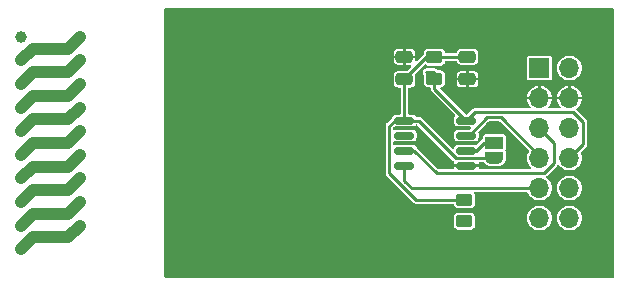
<source format=gbr>
%TF.GenerationSoftware,KiCad,Pcbnew,7.0.10*%
%TF.CreationDate,2024-01-17T20:38:39+01:00*%
%TF.ProjectId,C1101_868,43313130-315f-4383-9638-2e6b69636164,rev?*%
%TF.SameCoordinates,Original*%
%TF.FileFunction,Copper,L2,Bot*%
%TF.FilePolarity,Positive*%
%FSLAX46Y46*%
G04 Gerber Fmt 4.6, Leading zero omitted, Abs format (unit mm)*
G04 Created by KiCad (PCBNEW 7.0.10) date 2024-01-17 20:38:39*
%MOMM*%
%LPD*%
G01*
G04 APERTURE LIST*
G04 Aperture macros list*
%AMRoundRect*
0 Rectangle with rounded corners*
0 $1 Rounding radius*
0 $2 $3 $4 $5 $6 $7 $8 $9 X,Y pos of 4 corners*
0 Add a 4 corners polygon primitive as box body*
4,1,4,$2,$3,$4,$5,$6,$7,$8,$9,$2,$3,0*
0 Add four circle primitives for the rounded corners*
1,1,$1+$1,$2,$3*
1,1,$1+$1,$4,$5*
1,1,$1+$1,$6,$7*
1,1,$1+$1,$8,$9*
0 Add four rect primitives between the rounded corners*
20,1,$1+$1,$2,$3,$4,$5,0*
20,1,$1+$1,$4,$5,$6,$7,0*
20,1,$1+$1,$6,$7,$8,$9,0*
20,1,$1+$1,$8,$9,$2,$3,0*%
%AMFreePoly0*
4,1,19,0.000000,0.744911,0.071157,0.744911,0.207708,0.704816,0.327430,0.627875,0.420627,0.520320,0.479746,0.390866,0.500000,0.250000,0.500000,-0.250000,0.479746,-0.390866,0.420627,-0.520320,0.327430,-0.627875,0.207708,-0.704816,0.071157,-0.744911,0.000000,-0.744911,0.000000,-0.750000,-0.550000,-0.750000,-0.550000,0.750000,0.000000,0.750000,0.000000,0.744911,0.000000,0.744911,
$1*%
%AMFreePoly1*
4,1,19,0.550000,-0.750000,0.000000,-0.750000,0.000000,-0.744911,-0.071157,-0.744911,-0.207708,-0.704816,-0.327430,-0.627875,-0.420627,-0.520320,-0.479746,-0.390866,-0.500000,-0.250000,-0.500000,0.250000,-0.479746,0.390866,-0.420627,0.520320,-0.327430,0.627875,-0.207708,0.704816,-0.071157,0.744911,0.000000,0.744911,0.000000,0.750000,0.550000,0.750000,0.550000,-0.750000,0.550000,-0.750000,
$1*%
G04 Aperture macros list end*
%TA.AperFunction,EtchedComponent*%
%ADD10C,1.000000*%
%TD*%
%TA.AperFunction,ComponentPad*%
%ADD11O,1.700000X1.700000*%
%TD*%
%TA.AperFunction,ComponentPad*%
%ADD12R,1.700000X1.700000*%
%TD*%
%TA.AperFunction,ComponentPad*%
%ADD13C,1.000000*%
%TD*%
%TA.AperFunction,SMDPad,CuDef*%
%ADD14FreePoly0,270.000000*%
%TD*%
%TA.AperFunction,SMDPad,CuDef*%
%ADD15R,1.500000X1.000000*%
%TD*%
%TA.AperFunction,SMDPad,CuDef*%
%ADD16FreePoly1,270.000000*%
%TD*%
%TA.AperFunction,SMDPad,CuDef*%
%ADD17RoundRect,0.250000X-0.475000X0.250000X-0.475000X-0.250000X0.475000X-0.250000X0.475000X0.250000X0*%
%TD*%
%TA.AperFunction,SMDPad,CuDef*%
%ADD18RoundRect,0.250000X-0.450000X0.262500X-0.450000X-0.262500X0.450000X-0.262500X0.450000X0.262500X0*%
%TD*%
%TA.AperFunction,SMDPad,CuDef*%
%ADD19RoundRect,0.250000X0.475000X-0.250000X0.475000X0.250000X-0.475000X0.250000X-0.475000X-0.250000X0*%
%TD*%
%TA.AperFunction,SMDPad,CuDef*%
%ADD20RoundRect,0.150000X0.675000X0.150000X-0.675000X0.150000X-0.675000X-0.150000X0.675000X-0.150000X0*%
%TD*%
%TA.AperFunction,ViaPad*%
%ADD21C,0.800000*%
%TD*%
%TA.AperFunction,Conductor*%
%ADD22C,0.250000*%
%TD*%
G04 APERTURE END LIST*
D10*
%TO.C,AE1*%
X105960000Y-58530000D02*
X106960000Y-57530000D01*
X106960000Y-57530000D02*
X109960000Y-57530000D01*
X109960000Y-57530000D02*
X110960000Y-56530000D01*
X105960000Y-56530000D02*
X106960000Y-55530000D01*
X106960000Y-55530000D02*
X109960000Y-55530000D01*
X109960000Y-55530000D02*
X110960000Y-54530000D01*
X105960000Y-54530000D02*
X106960000Y-53530000D01*
X106960000Y-53530000D02*
X109960000Y-53530000D01*
X109960000Y-53530000D02*
X110960000Y-52530000D01*
X105960000Y-52530000D02*
X106960000Y-51530000D01*
X106960000Y-51530000D02*
X109960000Y-51530000D01*
X109960000Y-51530000D02*
X110960000Y-50530000D01*
X105960000Y-50530000D02*
X106960000Y-49530000D01*
X106960000Y-49530000D02*
X109960000Y-49530000D01*
X109960000Y-49530000D02*
X110960000Y-48530000D01*
X105960000Y-48530000D02*
X106960000Y-47530000D01*
X106960000Y-47530000D02*
X109960000Y-47530000D01*
X109960000Y-47530000D02*
X110960000Y-46530000D01*
X105960000Y-46530000D02*
X106960000Y-45530000D01*
X106960000Y-45530000D02*
X109960000Y-45530000D01*
X109960000Y-45530000D02*
X110960000Y-44530000D01*
X105960000Y-44530000D02*
X106960000Y-43530000D01*
X106960000Y-43530000D02*
X109960000Y-43530000D01*
X109960000Y-43530000D02*
X110960000Y-42530000D01*
X105960000Y-42530000D02*
X106960000Y-41530000D01*
X106960000Y-41530000D02*
X109960000Y-41530000D01*
X109960000Y-41530000D02*
X110960000Y-40530000D01*
%TD*%
D11*
%TO.P,J1,12,Pin_12*%
%TO.N,INT*%
X152400000Y-55880000D03*
%TO.P,J1,11,Pin_11*%
%TO.N,nCS*%
X149860000Y-55880000D03*
%TO.P,J1,10,Pin_10*%
%TO.N,nRESET*%
X152400000Y-53340000D03*
%TO.P,J1,9,Pin_9*%
%TO.N,MOSI*%
X149860000Y-53340000D03*
%TO.P,J1,8,Pin_8*%
%TO.N,nCS2*%
X152400000Y-50800000D03*
%TO.P,J1,7,Pin_7*%
%TO.N,MISO*%
X149860000Y-50800000D03*
%TO.P,J1,6,Pin_6*%
%TO.N,unconnected-(J1-Pin_6-Pad6)*%
X152400000Y-48260000D03*
%TO.P,J1,5,Pin_5*%
%TO.N,SCK*%
X149860000Y-48260000D03*
%TO.P,J1,4,Pin_4*%
%TO.N,GND*%
X152400000Y-45720000D03*
%TO.P,J1,3,Pin_3*%
X149860000Y-45720000D03*
%TO.P,J1,2,Pin_2*%
%TO.N,VCC*%
X152400000Y-43180000D03*
D12*
%TO.P,J1,1,Pin_1*%
X149860000Y-43180000D03*
%TD*%
D13*
%TO.P,AE1,*%
%TO.N,*%
X105960000Y-58530000D03*
X105960000Y-56530000D03*
X110960000Y-56530000D03*
X105960000Y-54530000D03*
X110960000Y-54530000D03*
X105960000Y-52530000D03*
X110960000Y-52530000D03*
X105960000Y-50530000D03*
X110960000Y-50530000D03*
X105960000Y-48530000D03*
X110960000Y-48530000D03*
X105960000Y-46530000D03*
X110960000Y-46530000D03*
X105960000Y-44530000D03*
X110960000Y-44530000D03*
X105960000Y-42530000D03*
X110960000Y-42530000D03*
X105960000Y-40530000D03*
X110960000Y-40530000D03*
%TD*%
D14*
%TO.P,JP1,3,B*%
%TO.N,VCC*%
X146050000Y-50800000D03*
D15*
%TO.P,JP1,2,C*%
%TO.N,Net-(JP1-C)*%
X146050000Y-49500000D03*
D16*
%TO.P,JP1,1,A*%
%TO.N,GND*%
X146050000Y-48200000D03*
%TD*%
D17*
%TO.P,C1,2*%
%TO.N,GND*%
X143764000Y-44130000D03*
%TO.P,C1,1*%
%TO.N,VCC*%
X143764000Y-42230000D03*
%TD*%
D18*
%TO.P,R2,2*%
%TO.N,nCS*%
X143510000Y-56157500D03*
%TO.P,R2,1*%
%TO.N,VCC*%
X143510000Y-54332500D03*
%TD*%
%TO.P,R1,2*%
%TO.N,nCS2*%
X140970000Y-44092500D03*
%TO.P,R1,1*%
%TO.N,VCC*%
X140970000Y-42267500D03*
%TD*%
D19*
%TO.P,C2,2*%
%TO.N,GND*%
X138430000Y-42230000D03*
%TO.P,C2,1*%
%TO.N,VCC*%
X138430000Y-44130000D03*
%TD*%
D20*
%TO.P,U2,8,VCC*%
%TO.N,VCC*%
X138430000Y-47625000D03*
%TO.P,U2,7,NC*%
%TO.N,unconnected-(U2-NC-Pad7)*%
X138430000Y-48895000D03*
%TO.P,U2,6,SCLK*%
%TO.N,SCK*%
X138430000Y-50165000D03*
%TO.P,U2,5,SI/IO0*%
%TO.N,MOSI*%
X138430000Y-51435000D03*
%TO.P,U2,4,VSS*%
%TO.N,GND*%
X143680000Y-51435000D03*
%TO.P,U2,3,~{WP}*%
%TO.N,Net-(JP1-C)*%
X143680000Y-50165000D03*
%TO.P,U2,2,O1/SO*%
%TO.N,MISO*%
X143680000Y-48895000D03*
%TO.P,U2,1,~{CS}*%
%TO.N,nCS2*%
X143680000Y-47625000D03*
%TD*%
D21*
%TO.N,GND*%
X143764000Y-44130000D03*
%TO.N,VCC*%
X143764000Y-42230000D03*
%TO.N,nCS*%
X143510000Y-56157500D03*
%TO.N,GND*%
X142875000Y-38735000D03*
X155575000Y-40005000D03*
X154305000Y-60325000D03*
X155575000Y-56515000D03*
X128905000Y-60325000D03*
X123825000Y-60325000D03*
X155575000Y-55245000D03*
X126365000Y-38735000D03*
X155575000Y-41275000D03*
X130175000Y-38735000D03*
X135255000Y-38735000D03*
X132715000Y-60325000D03*
X149225000Y-60325000D03*
X128905000Y-38735000D03*
X155575000Y-57785000D03*
X139065000Y-60325000D03*
X126365000Y-60325000D03*
X144145000Y-38735000D03*
X150495000Y-38735000D03*
X132715000Y-38735000D03*
X131445000Y-60325000D03*
X155575000Y-59055000D03*
X151765000Y-60325000D03*
X137795000Y-60325000D03*
X122555000Y-38735000D03*
X155575000Y-38735000D03*
X121285000Y-60325000D03*
X153035000Y-60325000D03*
X145415000Y-38735000D03*
X154305000Y-38735000D03*
X127635000Y-38735000D03*
X133985000Y-60325000D03*
X155575000Y-43815000D03*
X144145000Y-60325000D03*
X155575000Y-45085000D03*
X127635000Y-60325000D03*
X155575000Y-53975000D03*
X155575000Y-51435000D03*
X125095000Y-38735000D03*
X150495000Y-60325000D03*
X155575000Y-42545000D03*
X122555000Y-60325000D03*
X151765000Y-38735000D03*
X137795000Y-38735000D03*
X121285000Y-38735000D03*
X153035000Y-38735000D03*
X155575000Y-52705000D03*
X125095000Y-60325000D03*
X142875000Y-60325000D03*
X120015000Y-38735000D03*
X140335000Y-60325000D03*
X130175000Y-60325000D03*
X149225000Y-38735000D03*
X118745000Y-38735000D03*
X155575000Y-50165000D03*
X155575000Y-47625000D03*
X146685000Y-38735000D03*
X118745000Y-60325000D03*
X146685000Y-60325000D03*
X155575000Y-46355000D03*
X135255000Y-60325000D03*
X141605000Y-60325000D03*
X155575000Y-60325000D03*
X136525000Y-38735000D03*
X133985000Y-38735000D03*
X155575000Y-48895000D03*
X139065000Y-38735000D03*
X120015000Y-60325000D03*
X123825000Y-38735000D03*
X145415000Y-60325000D03*
X141605000Y-38735000D03*
X147955000Y-38735000D03*
X147955000Y-60325000D03*
X136525000Y-60325000D03*
X140335000Y-38735000D03*
X131445000Y-38735000D03*
%TD*%
D22*
%TO.N,nCS2*%
X143680000Y-47625000D02*
X140970000Y-44915000D01*
X140970000Y-44915000D02*
X140970000Y-44092500D01*
%TO.N,VCC*%
X138430000Y-44130000D02*
X138430000Y-47625000D01*
X140970000Y-42267500D02*
X140292500Y-42267500D01*
X140292500Y-42267500D02*
X138430000Y-44130000D01*
X143764000Y-42230000D02*
X141007500Y-42230000D01*
X141007500Y-42230000D02*
X140970000Y-42267500D01*
X143510000Y-54332500D02*
X139421104Y-54332500D01*
X139421104Y-54332500D02*
X137160000Y-52071396D01*
X137160000Y-52071396D02*
X137160000Y-48070001D01*
X137160000Y-48070001D02*
X137605001Y-47625000D01*
X137605001Y-47625000D02*
X138430000Y-47625000D01*
%TO.N,nCS2*%
X143680000Y-47625000D02*
X144385142Y-46919858D01*
X144385142Y-46919858D02*
X152721559Y-46919858D01*
X152721559Y-46919858D02*
X153575000Y-47773299D01*
X153575000Y-49625000D02*
X152400000Y-50800000D01*
X153575000Y-47773299D02*
X153575000Y-49625000D01*
%TO.N,VCC*%
X146050000Y-50800000D02*
X142814092Y-50800000D01*
X142814092Y-50800000D02*
X139639092Y-47625000D01*
X139639092Y-47625000D02*
X138430000Y-47625000D01*
%TO.N,SCK*%
X138430000Y-50165000D02*
X139254999Y-50165000D01*
X150251701Y-52070000D02*
X151130000Y-51191701D01*
X139254999Y-50165000D02*
X141159999Y-52070000D01*
X141159999Y-52070000D02*
X150251701Y-52070000D01*
X151130000Y-51191701D02*
X151130000Y-49530000D01*
X151130000Y-49530000D02*
X149860000Y-48260000D01*
%TO.N,Net-(JP1-C)*%
X143680000Y-50165000D02*
X144504999Y-50165000D01*
X144504999Y-50165000D02*
X145169999Y-49500000D01*
X145169999Y-49500000D02*
X146050000Y-49500000D01*
%TO.N,MISO*%
X143680000Y-48895000D02*
X143910908Y-48895000D01*
X143910908Y-48895000D02*
X145436050Y-47369858D01*
X145436050Y-47369858D02*
X146642038Y-47369858D01*
X146642038Y-47369858D02*
X149860000Y-50587820D01*
X149860000Y-50587820D02*
X149860000Y-50800000D01*
%TO.N,MOSI*%
X139065000Y-53340000D02*
X138430000Y-52705000D01*
X149860000Y-53340000D02*
X139065000Y-53340000D01*
X138430000Y-52705000D02*
X138430000Y-51435000D01*
%TO.N,nCS2*%
X140970000Y-43537500D02*
X140292500Y-43537500D01*
%TD*%
%TA.AperFunction,Conductor*%
%TO.N,GND*%
G36*
X156143691Y-38144407D02*
G01*
X156179655Y-38193907D01*
X156184500Y-38224500D01*
X156184500Y-60835500D01*
X156165593Y-60893691D01*
X156116093Y-60929655D01*
X156085500Y-60934500D01*
X118209000Y-60934500D01*
X118150809Y-60915593D01*
X118114845Y-60866093D01*
X118110000Y-60835500D01*
X118110000Y-56474274D01*
X142609500Y-56474274D01*
X142612353Y-56504694D01*
X142612355Y-56504703D01*
X142657207Y-56632883D01*
X142737845Y-56742144D01*
X142737847Y-56742146D01*
X142737850Y-56742150D01*
X142737853Y-56742152D01*
X142737855Y-56742154D01*
X142847116Y-56822792D01*
X142847117Y-56822792D01*
X142847118Y-56822793D01*
X142975301Y-56867646D01*
X143005725Y-56870499D01*
X143005727Y-56870500D01*
X143005734Y-56870500D01*
X144014273Y-56870500D01*
X144014273Y-56870499D01*
X144044699Y-56867646D01*
X144172882Y-56822793D01*
X144282150Y-56742150D01*
X144362793Y-56632882D01*
X144407646Y-56504699D01*
X144410499Y-56474273D01*
X144410500Y-56474273D01*
X144410500Y-55880003D01*
X148804417Y-55880003D01*
X148824698Y-56085929D01*
X148824699Y-56085934D01*
X148884768Y-56283954D01*
X148982316Y-56466452D01*
X149013708Y-56504703D01*
X149113590Y-56626410D01*
X149142838Y-56650413D01*
X149273547Y-56757683D01*
X149273548Y-56757683D01*
X149273550Y-56757685D01*
X149456046Y-56855232D01*
X149593997Y-56897078D01*
X149654065Y-56915300D01*
X149654070Y-56915301D01*
X149859997Y-56935583D01*
X149860000Y-56935583D01*
X149860003Y-56935583D01*
X150065929Y-56915301D01*
X150065934Y-56915300D01*
X150263954Y-56855232D01*
X150446450Y-56757685D01*
X150606410Y-56626410D01*
X150737685Y-56466450D01*
X150835232Y-56283954D01*
X150895300Y-56085934D01*
X150895301Y-56085929D01*
X150915583Y-55880003D01*
X151344417Y-55880003D01*
X151364698Y-56085929D01*
X151364699Y-56085934D01*
X151424768Y-56283954D01*
X151522316Y-56466452D01*
X151553708Y-56504703D01*
X151653590Y-56626410D01*
X151682838Y-56650413D01*
X151813547Y-56757683D01*
X151813548Y-56757683D01*
X151813550Y-56757685D01*
X151996046Y-56855232D01*
X152133997Y-56897078D01*
X152194065Y-56915300D01*
X152194070Y-56915301D01*
X152399997Y-56935583D01*
X152400000Y-56935583D01*
X152400003Y-56935583D01*
X152605929Y-56915301D01*
X152605934Y-56915300D01*
X152803954Y-56855232D01*
X152986450Y-56757685D01*
X153146410Y-56626410D01*
X153277685Y-56466450D01*
X153375232Y-56283954D01*
X153435300Y-56085934D01*
X153435301Y-56085929D01*
X153455583Y-55880003D01*
X153455583Y-55879996D01*
X153435301Y-55674070D01*
X153435300Y-55674065D01*
X153380134Y-55492207D01*
X153375232Y-55476046D01*
X153277685Y-55293550D01*
X153146410Y-55133590D01*
X153146404Y-55133585D01*
X152986452Y-55002316D01*
X152803954Y-54904768D01*
X152605934Y-54844699D01*
X152605929Y-54844698D01*
X152400003Y-54824417D01*
X152399997Y-54824417D01*
X152194070Y-54844698D01*
X152194065Y-54844699D01*
X151996045Y-54904768D01*
X151813547Y-55002316D01*
X151653595Y-55133585D01*
X151653585Y-55133595D01*
X151522316Y-55293547D01*
X151424768Y-55476045D01*
X151364699Y-55674065D01*
X151364698Y-55674070D01*
X151344417Y-55879996D01*
X151344417Y-55880003D01*
X150915583Y-55880003D01*
X150915583Y-55879996D01*
X150895301Y-55674070D01*
X150895300Y-55674065D01*
X150840134Y-55492207D01*
X150835232Y-55476046D01*
X150737685Y-55293550D01*
X150606410Y-55133590D01*
X150606404Y-55133585D01*
X150446452Y-55002316D01*
X150263954Y-54904768D01*
X150065934Y-54844699D01*
X150065929Y-54844698D01*
X149860003Y-54824417D01*
X149859997Y-54824417D01*
X149654070Y-54844698D01*
X149654065Y-54844699D01*
X149456045Y-54904768D01*
X149273547Y-55002316D01*
X149113595Y-55133585D01*
X149113585Y-55133595D01*
X148982316Y-55293547D01*
X148884768Y-55476045D01*
X148824699Y-55674065D01*
X148824698Y-55674070D01*
X148804417Y-55879996D01*
X148804417Y-55880003D01*
X144410500Y-55880003D01*
X144410500Y-55840727D01*
X144410499Y-55840725D01*
X144407646Y-55810305D01*
X144407646Y-55810301D01*
X144362793Y-55682118D01*
X144356853Y-55674070D01*
X144282154Y-55572855D01*
X144282152Y-55572853D01*
X144282150Y-55572850D01*
X144282146Y-55572847D01*
X144282144Y-55572845D01*
X144172883Y-55492207D01*
X144044703Y-55447355D01*
X144044694Y-55447353D01*
X144014274Y-55444500D01*
X144014266Y-55444500D01*
X143005734Y-55444500D01*
X143005725Y-55444500D01*
X142975305Y-55447353D01*
X142975296Y-55447355D01*
X142847116Y-55492207D01*
X142737855Y-55572845D01*
X142737845Y-55572855D01*
X142657207Y-55682116D01*
X142612355Y-55810296D01*
X142612353Y-55810305D01*
X142609500Y-55840725D01*
X142609500Y-56474274D01*
X118110000Y-56474274D01*
X118110000Y-52100203D01*
X136830736Y-52100203D01*
X136835150Y-52116678D01*
X136840795Y-52137746D01*
X136842664Y-52146175D01*
X136849411Y-52184441D01*
X136850164Y-52185744D01*
X136860054Y-52209620D01*
X136860443Y-52211075D01*
X136860446Y-52211081D01*
X136882732Y-52242908D01*
X136887371Y-52250189D01*
X136906806Y-52283851D01*
X136931650Y-52304698D01*
X136936569Y-52308825D01*
X136942938Y-52314660D01*
X139177834Y-54549556D01*
X139183668Y-54555923D01*
X139208649Y-54585694D01*
X139242313Y-54605130D01*
X139249586Y-54609764D01*
X139270277Y-54624252D01*
X139281420Y-54632054D01*
X139282871Y-54632442D01*
X139306763Y-54642340D01*
X139308058Y-54643088D01*
X139346324Y-54649835D01*
X139354756Y-54651704D01*
X139392297Y-54661764D01*
X139431009Y-54658376D01*
X139439638Y-54658000D01*
X142534517Y-54658000D01*
X142592708Y-54676907D01*
X142627961Y-54724302D01*
X142657207Y-54807883D01*
X142737845Y-54917144D01*
X142737847Y-54917146D01*
X142737850Y-54917150D01*
X142737853Y-54917152D01*
X142737855Y-54917154D01*
X142847116Y-54997792D01*
X142847117Y-54997792D01*
X142847118Y-54997793D01*
X142975301Y-55042646D01*
X143005725Y-55045499D01*
X143005727Y-55045500D01*
X143005734Y-55045500D01*
X144014273Y-55045500D01*
X144014273Y-55045499D01*
X144044699Y-55042646D01*
X144172882Y-54997793D01*
X144282150Y-54917150D01*
X144362793Y-54807882D01*
X144407646Y-54679699D01*
X144410499Y-54649273D01*
X144410500Y-54649273D01*
X144410500Y-54015727D01*
X144410499Y-54015725D01*
X144408028Y-53989378D01*
X144407646Y-53985301D01*
X144362793Y-53857118D01*
X144362792Y-53857116D01*
X144337826Y-53823288D01*
X144318484Y-53765241D01*
X144336955Y-53706910D01*
X144386185Y-53670577D01*
X144417481Y-53665500D01*
X148787546Y-53665500D01*
X148845737Y-53684407D01*
X148881701Y-53733907D01*
X148882267Y-53735709D01*
X148884768Y-53743954D01*
X148884769Y-53743956D01*
X148982316Y-53926452D01*
X149055582Y-54015727D01*
X149113590Y-54086410D01*
X149113595Y-54086414D01*
X149273547Y-54217683D01*
X149273548Y-54217683D01*
X149273550Y-54217685D01*
X149456046Y-54315232D01*
X149593997Y-54357078D01*
X149654065Y-54375300D01*
X149654070Y-54375301D01*
X149859997Y-54395583D01*
X149860000Y-54395583D01*
X149860003Y-54395583D01*
X150065929Y-54375301D01*
X150065934Y-54375300D01*
X150263954Y-54315232D01*
X150446450Y-54217685D01*
X150606410Y-54086410D01*
X150737685Y-53926450D01*
X150835232Y-53743954D01*
X150895300Y-53545934D01*
X150895301Y-53545929D01*
X150915583Y-53340003D01*
X151344417Y-53340003D01*
X151364698Y-53545929D01*
X151364699Y-53545934D01*
X151424768Y-53743954D01*
X151522316Y-53926452D01*
X151595582Y-54015727D01*
X151653590Y-54086410D01*
X151653595Y-54086414D01*
X151813547Y-54217683D01*
X151813548Y-54217683D01*
X151813550Y-54217685D01*
X151996046Y-54315232D01*
X152133997Y-54357078D01*
X152194065Y-54375300D01*
X152194070Y-54375301D01*
X152399997Y-54395583D01*
X152400000Y-54395583D01*
X152400003Y-54395583D01*
X152605929Y-54375301D01*
X152605934Y-54375300D01*
X152803954Y-54315232D01*
X152986450Y-54217685D01*
X153146410Y-54086410D01*
X153277685Y-53926450D01*
X153375232Y-53743954D01*
X153435300Y-53545934D01*
X153435301Y-53545929D01*
X153455583Y-53340003D01*
X153455583Y-53339996D01*
X153435301Y-53134070D01*
X153435300Y-53134065D01*
X153399030Y-53014500D01*
X153375232Y-52936046D01*
X153277685Y-52753550D01*
X153146410Y-52593590D01*
X153118918Y-52571028D01*
X152986452Y-52462316D01*
X152803954Y-52364768D01*
X152605934Y-52304699D01*
X152605929Y-52304698D01*
X152400003Y-52284417D01*
X152399997Y-52284417D01*
X152194070Y-52304698D01*
X152194065Y-52304699D01*
X151996045Y-52364768D01*
X151813547Y-52462316D01*
X151653595Y-52593585D01*
X151653585Y-52593595D01*
X151522316Y-52753547D01*
X151424768Y-52936045D01*
X151364699Y-53134065D01*
X151364698Y-53134070D01*
X151344417Y-53339996D01*
X151344417Y-53340003D01*
X150915583Y-53340003D01*
X150915583Y-53339996D01*
X150895301Y-53134070D01*
X150895300Y-53134065D01*
X150859030Y-53014500D01*
X150835232Y-52936046D01*
X150737685Y-52753550D01*
X150606410Y-52593590D01*
X150463800Y-52476553D01*
X150430814Y-52425024D01*
X150434416Y-52363945D01*
X150458794Y-52330004D01*
X150458587Y-52329831D01*
X150460894Y-52327081D01*
X150462973Y-52324187D01*
X150464153Y-52323196D01*
X150464153Y-52323195D01*
X150464156Y-52323194D01*
X150489144Y-52293413D01*
X150494955Y-52287070D01*
X151347072Y-51434954D01*
X151353431Y-51429129D01*
X151383194Y-51404156D01*
X151383199Y-51404146D01*
X151384181Y-51402978D01*
X151385815Y-51401956D01*
X151389830Y-51398588D01*
X151390302Y-51399151D01*
X151436065Y-51370549D01*
X151497102Y-51374811D01*
X151536554Y-51403801D01*
X151644226Y-51535000D01*
X151653590Y-51546410D01*
X151653595Y-51546414D01*
X151813547Y-51677683D01*
X151813548Y-51677683D01*
X151813550Y-51677685D01*
X151996046Y-51775232D01*
X152133997Y-51817078D01*
X152194065Y-51835300D01*
X152194070Y-51835301D01*
X152399997Y-51855583D01*
X152400000Y-51855583D01*
X152400003Y-51855583D01*
X152605929Y-51835301D01*
X152605934Y-51835300D01*
X152803954Y-51775232D01*
X152986450Y-51677685D01*
X153146410Y-51546410D01*
X153277685Y-51386450D01*
X153375232Y-51203954D01*
X153435300Y-51005934D01*
X153435301Y-51005929D01*
X153455583Y-50800003D01*
X153455583Y-50799996D01*
X153435301Y-50594070D01*
X153435300Y-50594065D01*
X153399030Y-50474500D01*
X153375232Y-50396046D01*
X153371195Y-50388493D01*
X153360440Y-50328261D01*
X153387142Y-50273210D01*
X153388453Y-50271871D01*
X153792066Y-49868258D01*
X153798425Y-49862433D01*
X153828194Y-49837455D01*
X153847635Y-49803779D01*
X153852251Y-49796533D01*
X153874554Y-49764684D01*
X153874942Y-49763236D01*
X153884838Y-49739345D01*
X153885588Y-49738045D01*
X153887747Y-49725801D01*
X153892334Y-49699782D01*
X153894204Y-49691348D01*
X153898473Y-49675419D01*
X153904264Y-49653807D01*
X153900877Y-49615094D01*
X153900500Y-49606465D01*
X153900500Y-47791832D01*
X153900877Y-47783203D01*
X153904264Y-47744492D01*
X153894204Y-47706951D01*
X153892335Y-47698519D01*
X153885588Y-47660253D01*
X153884840Y-47658958D01*
X153874942Y-47635066D01*
X153874554Y-47633615D01*
X153852264Y-47601781D01*
X153847630Y-47594508D01*
X153828194Y-47560844D01*
X153798428Y-47535867D01*
X153792060Y-47530033D01*
X152993722Y-46731695D01*
X152965945Y-46677178D01*
X152975516Y-46616746D01*
X153000921Y-46585163D01*
X153146050Y-46466059D01*
X153146059Y-46466050D01*
X153277268Y-46306170D01*
X153277275Y-46306160D01*
X153374765Y-46123767D01*
X153374767Y-46123762D01*
X153434808Y-45925836D01*
X153434809Y-45925831D01*
X153445232Y-45820000D01*
X152891746Y-45820000D01*
X152900000Y-45791889D01*
X152900000Y-45648111D01*
X152891746Y-45620000D01*
X153445232Y-45620000D01*
X153445232Y-45619999D01*
X153434809Y-45514168D01*
X153434808Y-45514163D01*
X153374767Y-45316237D01*
X153374765Y-45316232D01*
X153277275Y-45133839D01*
X153277268Y-45133829D01*
X153146059Y-44973949D01*
X153146050Y-44973940D01*
X152986170Y-44842731D01*
X152986160Y-44842724D01*
X152803767Y-44745234D01*
X152803762Y-44745232D01*
X152605836Y-44685191D01*
X152605831Y-44685190D01*
X152500000Y-44674767D01*
X152500000Y-45229235D01*
X152435763Y-45220000D01*
X152364237Y-45220000D01*
X152300000Y-45229235D01*
X152300000Y-44674767D01*
X152299999Y-44674767D01*
X152194168Y-44685190D01*
X152194163Y-44685191D01*
X151996237Y-44745232D01*
X151996232Y-44745234D01*
X151813839Y-44842724D01*
X151813829Y-44842731D01*
X151653949Y-44973940D01*
X151653940Y-44973949D01*
X151522731Y-45133829D01*
X151522724Y-45133839D01*
X151425234Y-45316232D01*
X151425232Y-45316237D01*
X151365191Y-45514163D01*
X151365190Y-45514168D01*
X151354767Y-45619999D01*
X151354768Y-45620000D01*
X151908254Y-45620000D01*
X151900000Y-45648111D01*
X151900000Y-45791889D01*
X151908254Y-45820000D01*
X151354767Y-45820000D01*
X151365190Y-45925831D01*
X151365191Y-45925836D01*
X151425232Y-46123762D01*
X151425234Y-46123767D01*
X151522724Y-46306160D01*
X151522731Y-46306170D01*
X151626450Y-46432553D01*
X151648750Y-46489530D01*
X151633301Y-46548733D01*
X151586004Y-46587548D01*
X151549922Y-46594358D01*
X150710078Y-46594358D01*
X150651887Y-46575451D01*
X150615923Y-46525951D01*
X150615923Y-46464765D01*
X150633550Y-46432553D01*
X150737268Y-46306170D01*
X150737275Y-46306160D01*
X150834765Y-46123767D01*
X150834767Y-46123762D01*
X150894808Y-45925836D01*
X150894809Y-45925831D01*
X150905232Y-45820000D01*
X150351746Y-45820000D01*
X150360000Y-45791889D01*
X150360000Y-45648111D01*
X150351746Y-45620000D01*
X150905232Y-45620000D01*
X150905232Y-45619999D01*
X150894809Y-45514168D01*
X150894808Y-45514163D01*
X150834767Y-45316237D01*
X150834765Y-45316232D01*
X150737275Y-45133839D01*
X150737268Y-45133829D01*
X150606059Y-44973949D01*
X150606050Y-44973940D01*
X150446170Y-44842731D01*
X150446160Y-44842724D01*
X150263767Y-44745234D01*
X150263762Y-44745232D01*
X150065836Y-44685191D01*
X150065831Y-44685190D01*
X149960000Y-44674767D01*
X149960000Y-45229235D01*
X149895763Y-45220000D01*
X149824237Y-45220000D01*
X149760000Y-45229235D01*
X149760000Y-44674767D01*
X149759999Y-44674767D01*
X149654168Y-44685190D01*
X149654163Y-44685191D01*
X149456237Y-44745232D01*
X149456232Y-44745234D01*
X149273839Y-44842724D01*
X149273829Y-44842731D01*
X149113949Y-44973940D01*
X149113940Y-44973949D01*
X148982731Y-45133829D01*
X148982724Y-45133839D01*
X148885234Y-45316232D01*
X148885232Y-45316237D01*
X148825191Y-45514163D01*
X148825190Y-45514168D01*
X148814767Y-45619999D01*
X148814768Y-45620000D01*
X149368254Y-45620000D01*
X149360000Y-45648111D01*
X149360000Y-45791889D01*
X149368254Y-45820000D01*
X148814767Y-45820000D01*
X148825190Y-45925831D01*
X148825191Y-45925836D01*
X148885232Y-46123762D01*
X148885234Y-46123767D01*
X148982724Y-46306160D01*
X148982731Y-46306170D01*
X149086450Y-46432553D01*
X149108750Y-46489530D01*
X149093301Y-46548733D01*
X149046004Y-46587548D01*
X149009922Y-46594358D01*
X144403665Y-46594358D01*
X144395036Y-46593981D01*
X144356336Y-46590595D01*
X144356327Y-46590595D01*
X144318801Y-46600650D01*
X144310377Y-46602518D01*
X144272100Y-46609268D01*
X144272093Y-46609271D01*
X144270774Y-46610033D01*
X144246932Y-46619908D01*
X144245468Y-46620300D01*
X144245454Y-46620306D01*
X144213630Y-46642589D01*
X144206351Y-46647226D01*
X144172688Y-46666662D01*
X144147710Y-46696429D01*
X144141877Y-46702794D01*
X143750004Y-47094669D01*
X143695487Y-47122447D01*
X143635055Y-47112876D01*
X143609996Y-47094670D01*
X141477784Y-44962458D01*
X141450007Y-44907941D01*
X141459578Y-44847509D01*
X141502843Y-44804244D01*
X141515082Y-44799012D01*
X141632882Y-44757793D01*
X141742150Y-44677150D01*
X141822793Y-44567882D01*
X141867646Y-44439699D01*
X141868161Y-44434203D01*
X142839001Y-44434203D01*
X142841850Y-44464600D01*
X142841850Y-44464602D01*
X142886654Y-44592647D01*
X142967207Y-44701790D01*
X142967209Y-44701792D01*
X143076352Y-44782345D01*
X143204398Y-44827149D01*
X143234789Y-44829999D01*
X143663998Y-44829999D01*
X143664000Y-44829998D01*
X143864000Y-44829998D01*
X143864001Y-44829999D01*
X144293203Y-44829999D01*
X144323600Y-44827149D01*
X144323602Y-44827149D01*
X144451647Y-44782345D01*
X144560790Y-44701792D01*
X144560792Y-44701790D01*
X144641345Y-44592647D01*
X144686149Y-44464601D01*
X144688999Y-44434211D01*
X144689000Y-44434210D01*
X144689000Y-44230001D01*
X144688999Y-44230000D01*
X143864001Y-44230000D01*
X143864000Y-44230001D01*
X143864000Y-44829998D01*
X143664000Y-44829998D01*
X143664000Y-44230001D01*
X143663999Y-44230000D01*
X142839002Y-44230000D01*
X142839001Y-44230001D01*
X142839001Y-44434203D01*
X141868161Y-44434203D01*
X141870499Y-44409273D01*
X141870500Y-44409273D01*
X141870500Y-44049746D01*
X148809500Y-44049746D01*
X148809501Y-44049758D01*
X148821132Y-44108227D01*
X148821134Y-44108233D01*
X148865445Y-44174548D01*
X148865448Y-44174552D01*
X148931769Y-44218867D01*
X148976231Y-44227711D01*
X148990241Y-44230498D01*
X148990246Y-44230498D01*
X148990252Y-44230500D01*
X148990253Y-44230500D01*
X150729747Y-44230500D01*
X150729748Y-44230500D01*
X150788231Y-44218867D01*
X150854552Y-44174552D01*
X150898867Y-44108231D01*
X150910500Y-44049748D01*
X150910500Y-43180003D01*
X151344417Y-43180003D01*
X151364698Y-43385929D01*
X151364699Y-43385934D01*
X151424768Y-43583954D01*
X151522316Y-43766452D01*
X151653585Y-43926404D01*
X151653590Y-43926410D01*
X151653595Y-43926414D01*
X151813547Y-44057683D01*
X151813548Y-44057683D01*
X151813550Y-44057685D01*
X151996046Y-44155232D01*
X152133997Y-44197078D01*
X152194065Y-44215300D01*
X152194070Y-44215301D01*
X152399997Y-44235583D01*
X152400000Y-44235583D01*
X152400003Y-44235583D01*
X152605929Y-44215301D01*
X152605934Y-44215300D01*
X152803954Y-44155232D01*
X152986450Y-44057685D01*
X153146410Y-43926410D01*
X153277685Y-43766450D01*
X153375232Y-43583954D01*
X153435300Y-43385934D01*
X153435301Y-43385929D01*
X153455583Y-43180003D01*
X153455583Y-43179996D01*
X153435301Y-42974070D01*
X153435300Y-42974065D01*
X153407477Y-42882345D01*
X153375232Y-42776046D01*
X153277685Y-42593550D01*
X153260920Y-42573122D01*
X153146414Y-42433595D01*
X153146410Y-42433590D01*
X153020186Y-42330001D01*
X152986452Y-42302316D01*
X152803954Y-42204768D01*
X152605934Y-42144699D01*
X152605929Y-42144698D01*
X152400003Y-42124417D01*
X152399997Y-42124417D01*
X152194070Y-42144698D01*
X152194065Y-42144699D01*
X151996045Y-42204768D01*
X151813547Y-42302316D01*
X151653595Y-42433585D01*
X151653585Y-42433595D01*
X151522316Y-42593547D01*
X151424768Y-42776045D01*
X151364699Y-42974065D01*
X151364698Y-42974070D01*
X151344417Y-43179996D01*
X151344417Y-43180003D01*
X150910500Y-43180003D01*
X150910500Y-42310252D01*
X150908921Y-42302316D01*
X150907711Y-42296231D01*
X150898867Y-42251769D01*
X150854552Y-42185448D01*
X150854548Y-42185445D01*
X150788233Y-42141134D01*
X150788231Y-42141133D01*
X150788228Y-42141132D01*
X150788227Y-42141132D01*
X150729758Y-42129501D01*
X150729748Y-42129500D01*
X148990252Y-42129500D01*
X148990251Y-42129500D01*
X148990241Y-42129501D01*
X148931772Y-42141132D01*
X148931766Y-42141134D01*
X148865451Y-42185445D01*
X148865445Y-42185451D01*
X148821134Y-42251766D01*
X148821132Y-42251772D01*
X148809501Y-42310241D01*
X148809500Y-42310253D01*
X148809500Y-44049746D01*
X141870500Y-44049746D01*
X141870500Y-44029999D01*
X142839000Y-44029999D01*
X142839001Y-44030000D01*
X143663999Y-44030000D01*
X143664000Y-44029999D01*
X143864000Y-44029999D01*
X143864001Y-44030000D01*
X144688998Y-44030000D01*
X144688999Y-44029999D01*
X144688999Y-43825796D01*
X144686149Y-43795399D01*
X144686149Y-43795397D01*
X144641345Y-43667352D01*
X144560792Y-43558209D01*
X144560790Y-43558207D01*
X144451647Y-43477654D01*
X144323601Y-43432850D01*
X144293211Y-43430000D01*
X143864001Y-43430000D01*
X143864000Y-43430001D01*
X143864000Y-44029999D01*
X143664000Y-44029999D01*
X143664000Y-43430001D01*
X143663999Y-43430000D01*
X143234796Y-43430000D01*
X143204399Y-43432850D01*
X143204397Y-43432850D01*
X143076352Y-43477654D01*
X142967209Y-43558207D01*
X142967207Y-43558209D01*
X142886654Y-43667352D01*
X142841850Y-43795398D01*
X142839000Y-43825788D01*
X142839000Y-44029999D01*
X141870500Y-44029999D01*
X141870500Y-43775727D01*
X141870499Y-43775725D01*
X141867646Y-43745301D01*
X141822793Y-43617118D01*
X141779316Y-43558209D01*
X141742154Y-43507855D01*
X141742152Y-43507853D01*
X141742150Y-43507850D01*
X141742146Y-43507847D01*
X141742144Y-43507845D01*
X141632883Y-43427207D01*
X141504703Y-43382355D01*
X141504694Y-43382353D01*
X141474274Y-43379500D01*
X141474266Y-43379500D01*
X141308497Y-43379500D01*
X141250306Y-43360593D01*
X141232659Y-43344136D01*
X141182456Y-43284307D01*
X141182455Y-43284306D01*
X141083045Y-43226912D01*
X141083044Y-43226911D01*
X141083043Y-43226911D01*
X140998479Y-43212000D01*
X140998475Y-43212000D01*
X140264025Y-43212000D01*
X140264020Y-43212000D01*
X140179456Y-43226911D01*
X140080043Y-43284307D01*
X140006262Y-43372235D01*
X140006261Y-43372237D01*
X140006260Y-43372238D01*
X140006260Y-43372239D01*
X139967000Y-43480106D01*
X139967000Y-43594894D01*
X140006260Y-43702760D01*
X140046338Y-43750523D01*
X140069259Y-43807252D01*
X140069500Y-43814159D01*
X140069500Y-44409274D01*
X140072353Y-44439694D01*
X140072355Y-44439703D01*
X140117207Y-44567883D01*
X140197845Y-44677144D01*
X140197847Y-44677146D01*
X140197850Y-44677150D01*
X140197853Y-44677152D01*
X140197855Y-44677154D01*
X140307116Y-44757792D01*
X140307117Y-44757792D01*
X140307118Y-44757793D01*
X140435301Y-44802646D01*
X140465725Y-44805499D01*
X140465727Y-44805500D01*
X140465734Y-44805500D01*
X140544797Y-44805500D01*
X140602988Y-44824407D01*
X140638952Y-44873907D01*
X140643420Y-44913129D01*
X140640736Y-44943805D01*
X140640736Y-44943806D01*
X140650795Y-44981350D01*
X140652664Y-44989779D01*
X140659411Y-45028045D01*
X140660164Y-45029348D01*
X140670054Y-45053224D01*
X140670443Y-45054679D01*
X140670446Y-45054685D01*
X140692732Y-45086512D01*
X140697372Y-45093795D01*
X140716806Y-45127455D01*
X140746569Y-45152429D01*
X140752938Y-45158264D01*
X142719492Y-47124818D01*
X142747269Y-47179335D01*
X142737698Y-47239767D01*
X142719499Y-47264818D01*
X142715803Y-47268514D01*
X142664427Y-47373604D01*
X142664427Y-47373607D01*
X142654500Y-47441740D01*
X142654500Y-47808260D01*
X142658041Y-47832560D01*
X142664427Y-47876395D01*
X142715547Y-47980961D01*
X142715802Y-47981483D01*
X142798517Y-48064198D01*
X142850644Y-48089681D01*
X142903604Y-48115572D01*
X142903605Y-48115572D01*
X142903607Y-48115573D01*
X142971740Y-48125500D01*
X143981074Y-48125500D01*
X144039265Y-48144407D01*
X144075229Y-48193907D01*
X144075229Y-48255093D01*
X144051078Y-48294504D01*
X143980078Y-48365504D01*
X143925561Y-48393281D01*
X143910074Y-48394500D01*
X142971740Y-48394500D01*
X142937673Y-48399463D01*
X142903604Y-48404427D01*
X142798518Y-48455801D01*
X142715801Y-48538518D01*
X142664427Y-48643604D01*
X142659463Y-48677673D01*
X142654500Y-48711740D01*
X142654500Y-49078260D01*
X142661118Y-49123682D01*
X142664427Y-49146395D01*
X142702959Y-49225212D01*
X142715802Y-49251483D01*
X142798517Y-49334198D01*
X142833302Y-49351203D01*
X142903604Y-49385572D01*
X142903605Y-49385572D01*
X142903607Y-49385573D01*
X142971740Y-49395500D01*
X142971743Y-49395500D01*
X144388257Y-49395500D01*
X144388260Y-49395500D01*
X144456393Y-49385573D01*
X144561483Y-49334198D01*
X144644198Y-49251483D01*
X144695573Y-49146393D01*
X144705500Y-49078260D01*
X144705500Y-48711740D01*
X144695573Y-48643607D01*
X144695572Y-48643604D01*
X144694464Y-48635999D01*
X144696106Y-48635759D01*
X144696861Y-48583724D01*
X144720558Y-48545675D01*
X145121827Y-48144407D01*
X145541880Y-47724354D01*
X145596397Y-47696577D01*
X145611884Y-47695358D01*
X146466204Y-47695358D01*
X146524395Y-47714265D01*
X146536208Y-47724354D01*
X148945405Y-50133551D01*
X148973182Y-50188068D01*
X148963611Y-50248500D01*
X148962711Y-50250223D01*
X148884770Y-50396040D01*
X148884768Y-50396045D01*
X148824699Y-50594065D01*
X148824698Y-50594070D01*
X148804417Y-50799996D01*
X148804417Y-50800003D01*
X148824698Y-51005929D01*
X148824699Y-51005934D01*
X148884768Y-51203954D01*
X148982316Y-51386452D01*
X149104226Y-51535000D01*
X149113590Y-51546410D01*
X149113595Y-51546414D01*
X149141082Y-51568972D01*
X149174069Y-51620503D01*
X149170467Y-51681583D01*
X149131652Y-51728879D01*
X149078277Y-51744500D01*
X144801070Y-51744500D01*
X144742879Y-51725593D01*
X144706915Y-51676093D01*
X144703105Y-51631224D01*
X144704999Y-51618222D01*
X144705000Y-51618217D01*
X144705000Y-51535001D01*
X144704999Y-51535000D01*
X142655002Y-51535000D01*
X142655001Y-51535001D01*
X142655001Y-51618213D01*
X142656897Y-51631227D01*
X142646576Y-51691536D01*
X142602779Y-51734260D01*
X142558931Y-51744500D01*
X141335833Y-51744500D01*
X141277642Y-51725593D01*
X141265829Y-51715504D01*
X139498267Y-49947942D01*
X139492433Y-49941574D01*
X139467456Y-49911808D01*
X139467452Y-49911804D01*
X139461910Y-49908605D01*
X139422469Y-49866348D01*
X139394199Y-49808519D01*
X139394198Y-49808518D01*
X139394198Y-49808517D01*
X139311483Y-49725802D01*
X139311481Y-49725801D01*
X139206395Y-49674427D01*
X139179139Y-49670456D01*
X139138260Y-49664500D01*
X137721740Y-49664500D01*
X137692540Y-49668754D01*
X137653603Y-49674427D01*
X137627978Y-49686955D01*
X137567396Y-49695524D01*
X137513347Y-49666848D01*
X137486476Y-49611879D01*
X137485500Y-49598013D01*
X137485500Y-49461986D01*
X137504407Y-49403795D01*
X137553907Y-49367831D01*
X137615093Y-49367831D01*
X137627977Y-49373043D01*
X137653607Y-49385573D01*
X137721740Y-49395500D01*
X137721743Y-49395500D01*
X139138257Y-49395500D01*
X139138260Y-49395500D01*
X139206393Y-49385573D01*
X139311483Y-49334198D01*
X139394198Y-49251483D01*
X139445573Y-49146393D01*
X139455500Y-49078260D01*
X139455500Y-48711740D01*
X139445573Y-48643607D01*
X139441736Y-48635759D01*
X139394198Y-48538518D01*
X139394198Y-48538517D01*
X139311483Y-48455802D01*
X139311481Y-48455801D01*
X139206395Y-48404427D01*
X139179139Y-48400456D01*
X139138260Y-48394500D01*
X137721740Y-48394500D01*
X137692540Y-48398754D01*
X137653603Y-48404427D01*
X137627978Y-48416955D01*
X137567396Y-48425524D01*
X137513347Y-48396848D01*
X137486476Y-48341879D01*
X137485500Y-48328013D01*
X137485500Y-48245833D01*
X137504407Y-48187642D01*
X137514485Y-48175840D01*
X137551164Y-48139161D01*
X137605679Y-48111386D01*
X137650396Y-48114580D01*
X137653599Y-48115569D01*
X137653607Y-48115573D01*
X137721740Y-48125500D01*
X137721743Y-48125500D01*
X139138257Y-48125500D01*
X139138260Y-48125500D01*
X139206393Y-48115573D01*
X139311483Y-48064198D01*
X139394198Y-47981483D01*
X139394198Y-47981481D01*
X139394719Y-47980961D01*
X139449236Y-47953184D01*
X139509668Y-47962755D01*
X139534727Y-47980961D01*
X142570822Y-51017056D01*
X142576656Y-51023423D01*
X142601637Y-51053194D01*
X142621158Y-51064464D01*
X142662099Y-51109932D01*
X142668496Y-51170782D01*
X142666250Y-51179418D01*
X142664913Y-51183745D01*
X142655000Y-51251784D01*
X142655000Y-51334999D01*
X142655001Y-51335000D01*
X144704998Y-51335000D01*
X144704999Y-51334999D01*
X144704999Y-51251786D01*
X144703103Y-51238773D01*
X144713424Y-51178464D01*
X144757221Y-51135740D01*
X144801069Y-51125500D01*
X145117772Y-51125500D01*
X145175963Y-51144407D01*
X145201054Y-51170974D01*
X145246263Y-51241320D01*
X145284368Y-51285295D01*
X145284375Y-51285301D01*
X145284377Y-51285303D01*
X145393023Y-51379445D01*
X145393036Y-51379454D01*
X145441967Y-51410900D01*
X145441971Y-51410902D01*
X145441977Y-51410906D01*
X145572762Y-51470634D01*
X145628592Y-51487027D01*
X145676030Y-51493847D01*
X145770903Y-51507489D01*
X145770907Y-51507489D01*
X145829095Y-51507489D01*
X145838261Y-51506170D01*
X145843373Y-51505435D01*
X145857463Y-51504428D01*
X146242537Y-51504428D01*
X146256626Y-51505435D01*
X146261738Y-51506170D01*
X146270905Y-51507489D01*
X146270907Y-51507489D01*
X146329097Y-51507489D01*
X146410415Y-51495796D01*
X146471408Y-51487027D01*
X146527238Y-51470634D01*
X146658023Y-51410906D01*
X146706971Y-51379449D01*
X146717243Y-51370549D01*
X146743191Y-51348064D01*
X146815632Y-51285295D01*
X146853737Y-51241320D01*
X146853739Y-51241315D01*
X146853744Y-51241310D01*
X146921589Y-51135740D01*
X146931469Y-51120366D01*
X146955640Y-51067438D01*
X146996147Y-50929483D01*
X147004428Y-50871889D01*
X147004428Y-50250000D01*
X146988867Y-50171769D01*
X146988865Y-50171766D01*
X146988865Y-50171765D01*
X146985187Y-50162885D01*
X146980386Y-50101888D01*
X146985187Y-50087113D01*
X146988863Y-50078236D01*
X146988867Y-50078231D01*
X147000500Y-50019748D01*
X147000500Y-48980252D01*
X146988867Y-48921769D01*
X146944552Y-48855448D01*
X146931086Y-48846450D01*
X146878233Y-48811134D01*
X146878231Y-48811133D01*
X146878228Y-48811132D01*
X146878227Y-48811132D01*
X146819758Y-48799501D01*
X146819748Y-48799500D01*
X145280252Y-48799500D01*
X145280251Y-48799500D01*
X145280241Y-48799501D01*
X145221772Y-48811132D01*
X145221766Y-48811134D01*
X145155451Y-48855445D01*
X145155445Y-48855451D01*
X145111134Y-48921766D01*
X145111132Y-48921772D01*
X145099501Y-48980241D01*
X145099500Y-48980253D01*
X145099500Y-49105942D01*
X145080593Y-49164133D01*
X145037528Y-49195421D01*
X145038165Y-49196786D01*
X145031143Y-49200060D01*
X145031093Y-49200097D01*
X145031015Y-49200119D01*
X145030317Y-49200445D01*
X145030315Y-49200446D01*
X144998474Y-49222740D01*
X144991204Y-49227371D01*
X144957544Y-49246805D01*
X144932568Y-49276570D01*
X144926735Y-49282936D01*
X144558835Y-49650836D01*
X144504318Y-49678613D01*
X144459602Y-49675419D01*
X144456393Y-49674427D01*
X144388260Y-49664500D01*
X142971740Y-49664500D01*
X142937673Y-49669463D01*
X142903604Y-49674427D01*
X142798518Y-49725801D01*
X142715801Y-49808518D01*
X142664427Y-49913604D01*
X142664427Y-49913607D01*
X142659870Y-49944887D01*
X142657725Y-49959607D01*
X142630625Y-50014464D01*
X142576456Y-50042915D01*
X142515910Y-50034093D01*
X142489755Y-50015337D01*
X139882360Y-47407942D01*
X139876526Y-47401574D01*
X139851548Y-47371806D01*
X139817887Y-47352372D01*
X139810604Y-47347732D01*
X139778777Y-47325446D01*
X139778771Y-47325443D01*
X139777316Y-47325054D01*
X139753440Y-47315164D01*
X139752137Y-47314411D01*
X139713871Y-47307664D01*
X139705442Y-47305795D01*
X139680540Y-47299123D01*
X139667899Y-47295736D01*
X139667898Y-47295736D01*
X139667897Y-47295736D01*
X139629187Y-47299123D01*
X139620558Y-47299500D01*
X139466188Y-47299500D01*
X139407997Y-47280593D01*
X139396184Y-47270504D01*
X139394198Y-47268518D01*
X139394198Y-47268517D01*
X139311483Y-47185802D01*
X139311481Y-47185801D01*
X139206395Y-47134427D01*
X139179139Y-47130456D01*
X139138260Y-47124500D01*
X139138257Y-47124500D01*
X138854500Y-47124500D01*
X138796309Y-47105593D01*
X138760345Y-47056093D01*
X138755500Y-47025500D01*
X138755500Y-44929500D01*
X138774407Y-44871309D01*
X138823907Y-44835345D01*
X138854500Y-44830500D01*
X138959273Y-44830500D01*
X138959273Y-44830499D01*
X138989699Y-44827646D01*
X139117882Y-44782793D01*
X139227150Y-44702150D01*
X139307793Y-44592882D01*
X139352646Y-44464699D01*
X139355499Y-44434273D01*
X139355500Y-44434273D01*
X139355500Y-43825727D01*
X139355499Y-43825725D01*
X139352646Y-43795302D01*
X139345799Y-43775734D01*
X139340109Y-43759474D01*
X139338736Y-43698306D01*
X139363548Y-43656776D01*
X140120535Y-42899789D01*
X140175050Y-42872014D01*
X140235482Y-42881585D01*
X140249319Y-42890135D01*
X140307118Y-42932793D01*
X140435301Y-42977646D01*
X140465725Y-42980499D01*
X140465727Y-42980500D01*
X140465734Y-42980500D01*
X141474273Y-42980500D01*
X141474273Y-42980499D01*
X141504699Y-42977646D01*
X141632882Y-42932793D01*
X141742150Y-42852150D01*
X141822793Y-42742882D01*
X141865161Y-42621802D01*
X141902226Y-42573122D01*
X141958605Y-42555500D01*
X142767891Y-42555500D01*
X142826082Y-42574407D01*
X142861335Y-42621802D01*
X142886207Y-42692883D01*
X142966845Y-42802144D01*
X142966847Y-42802146D01*
X142966850Y-42802150D01*
X142966853Y-42802152D01*
X142966855Y-42802154D01*
X143076116Y-42882792D01*
X143076117Y-42882792D01*
X143076118Y-42882793D01*
X143204301Y-42927646D01*
X143234725Y-42930499D01*
X143234727Y-42930500D01*
X143234734Y-42930500D01*
X144293273Y-42930500D01*
X144293273Y-42930499D01*
X144323699Y-42927646D01*
X144451882Y-42882793D01*
X144561150Y-42802150D01*
X144641793Y-42692882D01*
X144686646Y-42564699D01*
X144689499Y-42534273D01*
X144689500Y-42534273D01*
X144689500Y-41925727D01*
X144689499Y-41925725D01*
X144688990Y-41920296D01*
X144686646Y-41895301D01*
X144641793Y-41767118D01*
X144579604Y-41682855D01*
X144561154Y-41657855D01*
X144561152Y-41657853D01*
X144561150Y-41657850D01*
X144561146Y-41657847D01*
X144561144Y-41657845D01*
X144451883Y-41577207D01*
X144323703Y-41532355D01*
X144323694Y-41532353D01*
X144293274Y-41529500D01*
X144293266Y-41529500D01*
X143234734Y-41529500D01*
X143234725Y-41529500D01*
X143204305Y-41532353D01*
X143204296Y-41532355D01*
X143076116Y-41577207D01*
X142966855Y-41657845D01*
X142966845Y-41657855D01*
X142886207Y-41767116D01*
X142861335Y-41838198D01*
X142824270Y-41886878D01*
X142767891Y-41904500D01*
X141932361Y-41904500D01*
X141874170Y-41885593D01*
X141838917Y-41838198D01*
X141822793Y-41792118D01*
X141822791Y-41792116D01*
X141822791Y-41792114D01*
X141742154Y-41682855D01*
X141742152Y-41682853D01*
X141742150Y-41682850D01*
X141742146Y-41682847D01*
X141742144Y-41682845D01*
X141632883Y-41602207D01*
X141504703Y-41557355D01*
X141504694Y-41557353D01*
X141474274Y-41554500D01*
X141474266Y-41554500D01*
X140465734Y-41554500D01*
X140465725Y-41554500D01*
X140435305Y-41557353D01*
X140435296Y-41557355D01*
X140307116Y-41602207D01*
X140197855Y-41682845D01*
X140197845Y-41682855D01*
X140117207Y-41792116D01*
X140072355Y-41920296D01*
X140072353Y-41920305D01*
X140069500Y-41950725D01*
X140069500Y-41989165D01*
X140050593Y-42047356D01*
X140040504Y-42059169D01*
X139524004Y-42575669D01*
X139469487Y-42603446D01*
X139409055Y-42593875D01*
X139365790Y-42550610D01*
X139355000Y-42505665D01*
X139355000Y-42330001D01*
X139354999Y-42330000D01*
X138530001Y-42330000D01*
X138530000Y-42330001D01*
X138530000Y-42929998D01*
X138530001Y-42929999D01*
X138930667Y-42929999D01*
X138988858Y-42948906D01*
X139024822Y-42998406D01*
X139024822Y-43059592D01*
X139000671Y-43099003D01*
X138699170Y-43400504D01*
X138644653Y-43428281D01*
X138629166Y-43429500D01*
X137900725Y-43429500D01*
X137870305Y-43432353D01*
X137870296Y-43432355D01*
X137742116Y-43477207D01*
X137632855Y-43557845D01*
X137632845Y-43557855D01*
X137552207Y-43667116D01*
X137507355Y-43795296D01*
X137507353Y-43795305D01*
X137504500Y-43825725D01*
X137504500Y-44434274D01*
X137507353Y-44464694D01*
X137507355Y-44464703D01*
X137552207Y-44592883D01*
X137632845Y-44702144D01*
X137632847Y-44702146D01*
X137632850Y-44702150D01*
X137632853Y-44702152D01*
X137632855Y-44702154D01*
X137742116Y-44782792D01*
X137742117Y-44782792D01*
X137742118Y-44782793D01*
X137870301Y-44827646D01*
X137900725Y-44830499D01*
X137900727Y-44830500D01*
X137900734Y-44830500D01*
X138005500Y-44830500D01*
X138063691Y-44849407D01*
X138099655Y-44898907D01*
X138104500Y-44929500D01*
X138104500Y-47025500D01*
X138085593Y-47083691D01*
X138036093Y-47119655D01*
X138005500Y-47124500D01*
X137721740Y-47124500D01*
X137687673Y-47129463D01*
X137653604Y-47134427D01*
X137548518Y-47185801D01*
X137465800Y-47268519D01*
X137465799Y-47268521D01*
X137437528Y-47326350D01*
X137398091Y-47368604D01*
X137392546Y-47371805D01*
X137367569Y-47401571D01*
X137361736Y-47407936D01*
X136942946Y-47826727D01*
X136936580Y-47832560D01*
X136906807Y-47857543D01*
X136906805Y-47857545D01*
X136887371Y-47891206D01*
X136882740Y-47898476D01*
X136860446Y-47930317D01*
X136860446Y-47930318D01*
X136860442Y-47930325D01*
X136860051Y-47931787D01*
X136850170Y-47955641D01*
X136849414Y-47956949D01*
X136849410Y-47956961D01*
X136842662Y-47995224D01*
X136840794Y-48003650D01*
X136830736Y-48041188D01*
X136830736Y-48041195D01*
X136834123Y-48079905D01*
X136834500Y-48088534D01*
X136834500Y-52052861D01*
X136834123Y-52061490D01*
X136830736Y-52100203D01*
X118110000Y-52100203D01*
X118110000Y-42534203D01*
X137505001Y-42534203D01*
X137507850Y-42564600D01*
X137507850Y-42564602D01*
X137552654Y-42692647D01*
X137633207Y-42801790D01*
X137633209Y-42801792D01*
X137742352Y-42882345D01*
X137870398Y-42927149D01*
X137900789Y-42929999D01*
X138329998Y-42929999D01*
X138330000Y-42929998D01*
X138330000Y-42330001D01*
X138329999Y-42330000D01*
X137505002Y-42330000D01*
X137505001Y-42330001D01*
X137505001Y-42534203D01*
X118110000Y-42534203D01*
X118110000Y-42129999D01*
X137505000Y-42129999D01*
X137505001Y-42130000D01*
X138329999Y-42130000D01*
X138330000Y-42129999D01*
X138530000Y-42129999D01*
X138530001Y-42130000D01*
X139354998Y-42130000D01*
X139354999Y-42129999D01*
X139354999Y-41925796D01*
X139352149Y-41895399D01*
X139352149Y-41895397D01*
X139307345Y-41767352D01*
X139226792Y-41658209D01*
X139226790Y-41658207D01*
X139117647Y-41577654D01*
X138989601Y-41532850D01*
X138959211Y-41530000D01*
X138530001Y-41530000D01*
X138530000Y-41530001D01*
X138530000Y-42129999D01*
X138330000Y-42129999D01*
X138330000Y-41530001D01*
X138329999Y-41530000D01*
X137900796Y-41530000D01*
X137870399Y-41532850D01*
X137870397Y-41532850D01*
X137742352Y-41577654D01*
X137633209Y-41658207D01*
X137633207Y-41658209D01*
X137552654Y-41767352D01*
X137507850Y-41895398D01*
X137505000Y-41925788D01*
X137505000Y-42129999D01*
X118110000Y-42129999D01*
X118110000Y-38224500D01*
X118128907Y-38166309D01*
X118178407Y-38130345D01*
X118209000Y-38125500D01*
X156085500Y-38125500D01*
X156143691Y-38144407D01*
G37*
%TD.AperFunction*%
%TD*%
M02*

</source>
